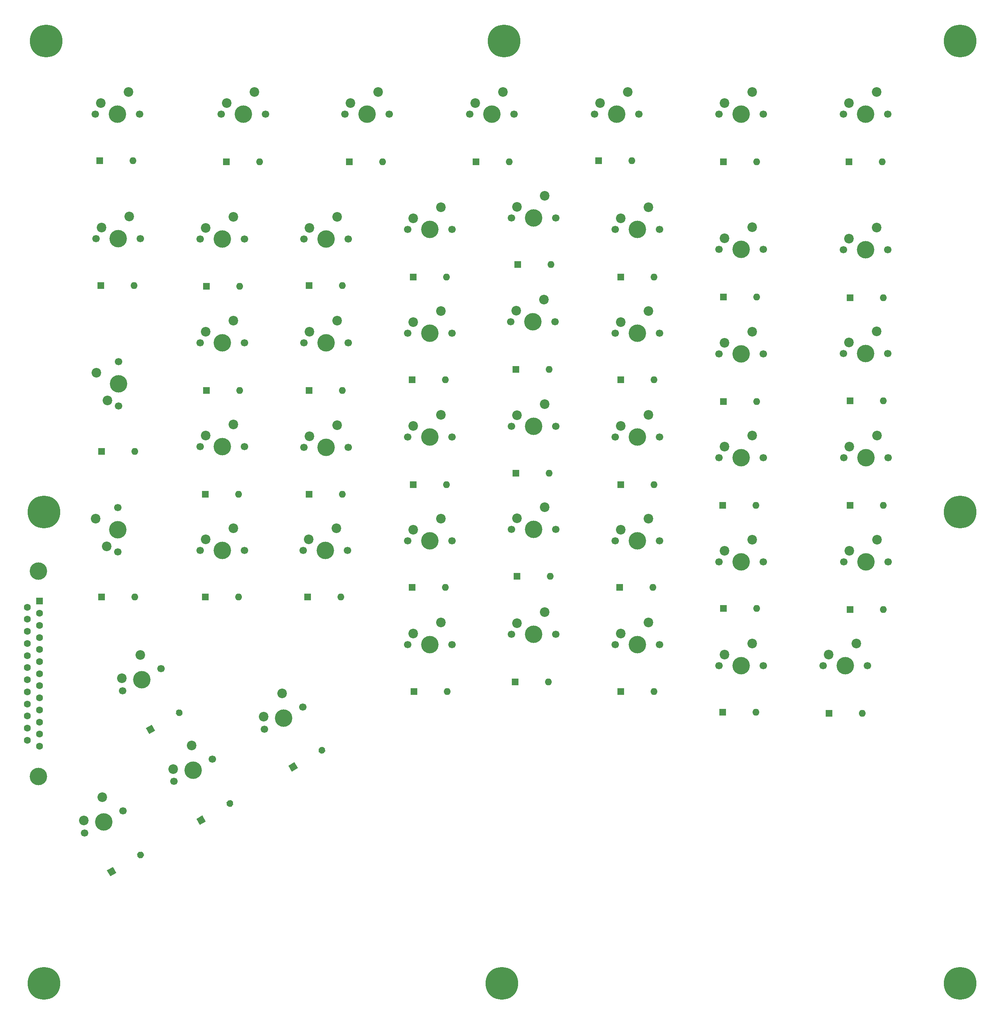
<source format=gbr>
%TF.GenerationSoftware,KiCad,Pcbnew,5.1.6-c6e7f7d~87~ubuntu20.04.1*%
%TF.CreationDate,2020-09-12T13:47:10+02:00*%
%TF.ProjectId,pcb-flat-right,7063622d-666c-4617-942d-72696768742e,rev?*%
%TF.SameCoordinates,Original*%
%TF.FileFunction,Soldermask,Bot*%
%TF.FilePolarity,Negative*%
%FSLAX46Y46*%
G04 Gerber Fmt 4.6, Leading zero omitted, Abs format (unit mm)*
G04 Created by KiCad (PCBNEW 5.1.6-c6e7f7d~87~ubuntu20.04.1) date 2020-09-12 13:47:10*
%MOMM*%
%LPD*%
G01*
G04 APERTURE LIST*
%ADD10R,1.600000X1.600000*%
%ADD11O,1.600000X1.600000*%
%ADD12C,0.100000*%
%ADD13C,2.200000*%
%ADD14C,4.000000*%
%ADD15C,1.700000*%
%ADD16C,7.500000*%
%ADD17C,1.600000*%
G04 APERTURE END LIST*
D10*
%TO.C,D1*%
X217580000Y-59200000D03*
D11*
X225200000Y-59200000D03*
%TD*%
D10*
%TO.C,D2*%
X217800000Y-90400000D03*
D11*
X225420000Y-90400000D03*
%TD*%
%TO.C,D3*%
X225420000Y-114000000D03*
D10*
X217800000Y-114000000D03*
%TD*%
D11*
%TO.C,D4*%
X225420000Y-138000000D03*
D10*
X217800000Y-138000000D03*
%TD*%
D11*
%TO.C,D5*%
X225420000Y-161800000D03*
D10*
X217800000Y-161800000D03*
%TD*%
D11*
%TO.C,D6*%
X220620000Y-185600000D03*
D10*
X213000000Y-185600000D03*
%TD*%
D11*
%TO.C,D7*%
X196400000Y-59200000D03*
D10*
X188780000Y-59200000D03*
%TD*%
%TO.C,D8*%
X188800000Y-90200000D03*
D11*
X196420000Y-90200000D03*
%TD*%
D10*
%TO.C,D9*%
X188800000Y-114200000D03*
D11*
X196420000Y-114200000D03*
%TD*%
D10*
%TO.C,D10*%
X188600000Y-138000000D03*
D11*
X196220000Y-138000000D03*
%TD*%
D10*
%TO.C,D11*%
X188800000Y-161600000D03*
D11*
X196420000Y-161600000D03*
%TD*%
D10*
%TO.C,D12*%
X188580000Y-185400000D03*
D11*
X196200000Y-185400000D03*
%TD*%
%TO.C,D14*%
X167800000Y-59000000D03*
D10*
X160180000Y-59000000D03*
%TD*%
%TO.C,D15*%
X165200000Y-85600000D03*
D11*
X172820000Y-85600000D03*
%TD*%
%TO.C,D16*%
X172820000Y-109200000D03*
D10*
X165200000Y-109200000D03*
%TD*%
%TO.C,D17*%
X164980000Y-156800000D03*
D11*
X172600000Y-156800000D03*
%TD*%
D10*
%TO.C,D18*%
X165200000Y-133200000D03*
D11*
X172820000Y-133200000D03*
%TD*%
D10*
%TO.C,D19*%
X165200000Y-180600000D03*
D11*
X172820000Y-180600000D03*
%TD*%
D10*
%TO.C,D20*%
X132000000Y-59200000D03*
D11*
X139620000Y-59200000D03*
%TD*%
%TO.C,D21*%
X149220000Y-82800000D03*
D10*
X141600000Y-82800000D03*
%TD*%
D11*
%TO.C,D22*%
X148820000Y-106800000D03*
D10*
X141200000Y-106800000D03*
%TD*%
%TO.C,D23*%
X141200000Y-130600000D03*
D11*
X148820000Y-130600000D03*
%TD*%
%TO.C,D24*%
X149020000Y-154200000D03*
D10*
X141400000Y-154200000D03*
%TD*%
%TO.C,D25*%
X141000000Y-178400000D03*
D11*
X148620000Y-178400000D03*
%TD*%
%TO.C,D26*%
X110620000Y-59200000D03*
D10*
X103000000Y-59200000D03*
%TD*%
D11*
%TO.C,D27*%
X125020000Y-109200000D03*
D10*
X117400000Y-109200000D03*
%TD*%
%TO.C,D28*%
X117600000Y-85600000D03*
D11*
X125220000Y-85600000D03*
%TD*%
%TO.C,D29*%
X125220000Y-133200000D03*
D10*
X117600000Y-133200000D03*
%TD*%
D11*
%TO.C,D30*%
X125020000Y-156800000D03*
D10*
X117400000Y-156800000D03*
%TD*%
%TO.C,D31*%
X117800000Y-180600000D03*
D11*
X125420000Y-180600000D03*
%TD*%
D10*
%TO.C,D32*%
X74800000Y-59200000D03*
D11*
X82420000Y-59200000D03*
%TD*%
%TO.C,D33*%
X101420000Y-87600000D03*
D10*
X93800000Y-87600000D03*
%TD*%
%TO.C,D34*%
X93800000Y-111600000D03*
D11*
X101420000Y-111600000D03*
%TD*%
%TO.C,D35*%
X101420000Y-135400000D03*
D10*
X93800000Y-135400000D03*
%TD*%
%TO.C,D36*%
X93400000Y-159000000D03*
D11*
X101020000Y-159000000D03*
%TD*%
D10*
%TO.C,D37*%
X45800000Y-59000000D03*
D11*
X53420000Y-59000000D03*
%TD*%
%TO.C,D38*%
X77820000Y-87800000D03*
D10*
X70200000Y-87800000D03*
%TD*%
D11*
%TO.C,D39*%
X77620000Y-159000000D03*
D10*
X70000000Y-159000000D03*
%TD*%
D11*
%TO.C,D40*%
X77820000Y-111600000D03*
D10*
X70200000Y-111600000D03*
%TD*%
%TO.C,D41*%
X70000000Y-135400000D03*
D11*
X77620000Y-135400000D03*
%TD*%
%TO.C,D42*%
X53620000Y-87600000D03*
D10*
X46000000Y-87600000D03*
%TD*%
%TO.C,D43*%
X46200000Y-125600000D03*
D11*
X53820000Y-125600000D03*
%TD*%
%TO.C,D44*%
X53820000Y-159000000D03*
D10*
X46200000Y-159000000D03*
%TD*%
D12*
%TO.C,D45*%
G36*
X48208080Y-223002820D02*
G01*
X47408080Y-221617180D01*
X48793720Y-220817180D01*
X49593720Y-222202820D01*
X48208080Y-223002820D01*
G37*
G36*
G01*
X54407194Y-218500000D02*
X54407194Y-218500000D01*
G75*
G02*
X54700014Y-217407180I692820J400000D01*
G01*
X54700014Y-217407180D01*
G75*
G02*
X55792834Y-217700000I400000J-692820D01*
G01*
X55792834Y-217700000D01*
G75*
G02*
X55500014Y-218792820I-692820J-400000D01*
G01*
X55500014Y-218792820D01*
G75*
G02*
X54407194Y-218500000I-400000J692820D01*
G01*
G37*
%TD*%
%TO.C,D46*%
G36*
G01*
X63600014Y-186192820D02*
X63600014Y-186192820D01*
G75*
G02*
X63307194Y-185100000I400000J692820D01*
G01*
X63307194Y-185100000D01*
G75*
G02*
X64400014Y-184807180I692820J-400000D01*
G01*
X64400014Y-184807180D01*
G75*
G02*
X64692834Y-185900000I-400000J-692820D01*
G01*
X64692834Y-185900000D01*
G75*
G02*
X63600014Y-186192820I-692820J400000D01*
G01*
G37*
G36*
X57108080Y-190402820D02*
G01*
X56308080Y-189017180D01*
X57693720Y-188217180D01*
X58493720Y-189602820D01*
X57108080Y-190402820D01*
G37*
%TD*%
%TO.C,D47*%
G36*
G01*
X74907194Y-206700000D02*
X74907194Y-206700000D01*
G75*
G02*
X75200014Y-205607180I692820J400000D01*
G01*
X75200014Y-205607180D01*
G75*
G02*
X76292834Y-205900000I400000J-692820D01*
G01*
X76292834Y-205900000D01*
G75*
G02*
X76000014Y-206992820I-692820J-400000D01*
G01*
X76000014Y-206992820D01*
G75*
G02*
X74907194Y-206700000I-400000J692820D01*
G01*
G37*
G36*
X68708080Y-211202820D02*
G01*
X67908080Y-209817180D01*
X69293720Y-209017180D01*
X70093720Y-210402820D01*
X68708080Y-211202820D01*
G37*
%TD*%
%TO.C,D48*%
G36*
X89808080Y-199002820D02*
G01*
X89008080Y-197617180D01*
X90393720Y-196817180D01*
X91193720Y-198202820D01*
X89808080Y-199002820D01*
G37*
G36*
G01*
X96007194Y-194500000D02*
X96007194Y-194500000D01*
G75*
G02*
X96300014Y-193407180I692820J400000D01*
G01*
X96300014Y-193407180D01*
G75*
G02*
X97392834Y-193700000I400000J-692820D01*
G01*
X97392834Y-193700000D01*
G75*
G02*
X97100014Y-194792820I-692820J-400000D01*
G01*
X97100014Y-194792820D01*
G75*
G02*
X96007194Y-194500000I-400000J692820D01*
G01*
G37*
%TD*%
D13*
%TO.C,SW1*%
X223940000Y-43200000D03*
X217590000Y-45740000D03*
D14*
X221400000Y-48280000D03*
D15*
X216320000Y-48280000D03*
X226480000Y-48280000D03*
%TD*%
D13*
%TO.C,SW2*%
X223940000Y-74320000D03*
X217590000Y-76860000D03*
D14*
X221400000Y-79400000D03*
D15*
X216320000Y-79400000D03*
X226480000Y-79400000D03*
%TD*%
D13*
%TO.C,SW3*%
X223940000Y-98120000D03*
X217590000Y-100660000D03*
D14*
X221400000Y-103200000D03*
D15*
X216320000Y-103200000D03*
X226480000Y-103200000D03*
%TD*%
%TO.C,SW4*%
X226540000Y-150880000D03*
X216380000Y-150880000D03*
D14*
X221460000Y-150880000D03*
D13*
X217650000Y-148340000D03*
X224000000Y-145800000D03*
%TD*%
D15*
%TO.C,SW5*%
X226540000Y-127080000D03*
X216380000Y-127080000D03*
D14*
X221460000Y-127080000D03*
D13*
X217650000Y-124540000D03*
X224000000Y-122000000D03*
%TD*%
D15*
%TO.C,SW6*%
X221740000Y-174680000D03*
X211580000Y-174680000D03*
D14*
X216660000Y-174680000D03*
D13*
X212850000Y-172140000D03*
X219200000Y-169600000D03*
%TD*%
D15*
%TO.C,SW7*%
X197940000Y-48280000D03*
X187780000Y-48280000D03*
D14*
X192860000Y-48280000D03*
D13*
X189050000Y-45740000D03*
X195400000Y-43200000D03*
%TD*%
D15*
%TO.C,SW8*%
X197940000Y-79280000D03*
X187780000Y-79280000D03*
D14*
X192860000Y-79280000D03*
D13*
X189050000Y-76740000D03*
X195400000Y-74200000D03*
%TD*%
%TO.C,SW9*%
X195400000Y-98200000D03*
X189050000Y-100740000D03*
D14*
X192860000Y-103280000D03*
D15*
X187780000Y-103280000D03*
X197940000Y-103280000D03*
%TD*%
%TO.C,SW10*%
X197940000Y-150880000D03*
X187780000Y-150880000D03*
D14*
X192860000Y-150880000D03*
D13*
X189050000Y-148340000D03*
X195400000Y-145800000D03*
%TD*%
D15*
%TO.C,SW11*%
X197940000Y-127080000D03*
X187780000Y-127080000D03*
D14*
X192860000Y-127080000D03*
D13*
X189050000Y-124540000D03*
X195400000Y-122000000D03*
%TD*%
%TO.C,SW12*%
X195400000Y-169600000D03*
X189050000Y-172140000D03*
D14*
X192860000Y-174680000D03*
D15*
X187780000Y-174680000D03*
X197940000Y-174680000D03*
%TD*%
D13*
%TO.C,SW13*%
X166800000Y-43200000D03*
X160450000Y-45740000D03*
D14*
X164260000Y-48280000D03*
D15*
X159180000Y-48280000D03*
X169340000Y-48280000D03*
%TD*%
D13*
%TO.C,SW14*%
X171600000Y-69600000D03*
X165250000Y-72140000D03*
D14*
X169060000Y-74680000D03*
D15*
X163980000Y-74680000D03*
X174140000Y-74680000D03*
%TD*%
%TO.C,SW15*%
X174140000Y-98480000D03*
X163980000Y-98480000D03*
D14*
X169060000Y-98480000D03*
D13*
X165250000Y-95940000D03*
X171600000Y-93400000D03*
%TD*%
%TO.C,SW16*%
X171600000Y-141000000D03*
X165250000Y-143540000D03*
D14*
X169060000Y-146080000D03*
D15*
X163980000Y-146080000D03*
X174140000Y-146080000D03*
%TD*%
D13*
%TO.C,SW17*%
X171600000Y-117200000D03*
X165250000Y-119740000D03*
D14*
X169060000Y-122280000D03*
D15*
X163980000Y-122280000D03*
X174140000Y-122280000D03*
%TD*%
%TO.C,SW18*%
X174140000Y-169880000D03*
X163980000Y-169880000D03*
D14*
X169060000Y-169880000D03*
D13*
X165250000Y-167340000D03*
X171600000Y-164800000D03*
%TD*%
D15*
%TO.C,SW19*%
X140740000Y-48280000D03*
X130580000Y-48280000D03*
D14*
X135660000Y-48280000D03*
D13*
X131850000Y-45740000D03*
X138200000Y-43200000D03*
%TD*%
%TO.C,SW20*%
X147800000Y-67000000D03*
X141450000Y-69540000D03*
D14*
X145260000Y-72080000D03*
D15*
X140180000Y-72080000D03*
X150340000Y-72080000D03*
%TD*%
D13*
%TO.C,SW21*%
X147600000Y-90800000D03*
X141250000Y-93340000D03*
D14*
X145060000Y-95880000D03*
D15*
X139980000Y-95880000D03*
X150140000Y-95880000D03*
%TD*%
D13*
%TO.C,SW22*%
X147800000Y-138400000D03*
X141450000Y-140940000D03*
D14*
X145260000Y-143480000D03*
D15*
X140180000Y-143480000D03*
X150340000Y-143480000D03*
%TD*%
%TO.C,SW23*%
X150340000Y-119880000D03*
X140180000Y-119880000D03*
D14*
X145260000Y-119880000D03*
D13*
X141450000Y-117340000D03*
X147800000Y-114800000D03*
%TD*%
%TO.C,SW24*%
X147800000Y-162400000D03*
X141450000Y-164940000D03*
D14*
X145260000Y-167480000D03*
D15*
X140180000Y-167480000D03*
X150340000Y-167480000D03*
%TD*%
D13*
%TO.C,SW25*%
X109600000Y-43200000D03*
X103250000Y-45740000D03*
D14*
X107060000Y-48280000D03*
D15*
X101980000Y-48280000D03*
X112140000Y-48280000D03*
%TD*%
D13*
%TO.C,SW26*%
X124000000Y-69600000D03*
X117650000Y-72140000D03*
D14*
X121460000Y-74680000D03*
D15*
X116380000Y-74680000D03*
X126540000Y-74680000D03*
%TD*%
%TO.C,SW27*%
X126540000Y-98480000D03*
X116380000Y-98480000D03*
D14*
X121460000Y-98480000D03*
D13*
X117650000Y-95940000D03*
X124000000Y-93400000D03*
%TD*%
%TO.C,SW28*%
X124000000Y-141000000D03*
X117650000Y-143540000D03*
D14*
X121460000Y-146080000D03*
D15*
X116380000Y-146080000D03*
X126540000Y-146080000D03*
%TD*%
D13*
%TO.C,SW29*%
X124000000Y-117200000D03*
X117650000Y-119740000D03*
D14*
X121460000Y-122280000D03*
D15*
X116380000Y-122280000D03*
X126540000Y-122280000D03*
%TD*%
%TO.C,SW30*%
X126540000Y-169880000D03*
X116380000Y-169880000D03*
D14*
X121460000Y-169880000D03*
D13*
X117650000Y-167340000D03*
X124000000Y-164800000D03*
%TD*%
D15*
%TO.C,SW31*%
X83740000Y-48280000D03*
X73580000Y-48280000D03*
D14*
X78660000Y-48280000D03*
D13*
X74850000Y-45740000D03*
X81200000Y-43200000D03*
%TD*%
D15*
%TO.C,SW32*%
X102740000Y-76880000D03*
X92580000Y-76880000D03*
D14*
X97660000Y-76880000D03*
D13*
X93850000Y-74340000D03*
X100200000Y-71800000D03*
%TD*%
D15*
%TO.C,SW33*%
X102740000Y-100680000D03*
X92580000Y-100680000D03*
D14*
X97660000Y-100680000D03*
D13*
X93850000Y-98140000D03*
X100200000Y-95600000D03*
%TD*%
D15*
%TO.C,SW34*%
X102540000Y-148280000D03*
X92380000Y-148280000D03*
D14*
X97460000Y-148280000D03*
D13*
X93650000Y-145740000D03*
X100000000Y-143200000D03*
%TD*%
D15*
%TO.C,SW35*%
X102740000Y-124680000D03*
X92580000Y-124680000D03*
D14*
X97660000Y-124680000D03*
D13*
X93850000Y-122140000D03*
X100200000Y-119600000D03*
%TD*%
%TO.C,SW36*%
X52400000Y-43200000D03*
X46050000Y-45740000D03*
D14*
X49860000Y-48280000D03*
D15*
X44780000Y-48280000D03*
X54940000Y-48280000D03*
%TD*%
D13*
%TO.C,SW37*%
X76400000Y-71800000D03*
X70050000Y-74340000D03*
D14*
X73860000Y-76880000D03*
D15*
X68780000Y-76880000D03*
X78940000Y-76880000D03*
%TD*%
D13*
%TO.C,SW38*%
X76400000Y-95600000D03*
X70050000Y-98140000D03*
D14*
X73860000Y-100680000D03*
D15*
X68780000Y-100680000D03*
X78940000Y-100680000D03*
%TD*%
D13*
%TO.C,SW39*%
X76400000Y-143200000D03*
X70050000Y-145740000D03*
D14*
X73860000Y-148280000D03*
D15*
X68780000Y-148280000D03*
X78940000Y-148280000D03*
%TD*%
D13*
%TO.C,SW40*%
X76400000Y-119400000D03*
X70050000Y-121940000D03*
D14*
X73860000Y-124480000D03*
D15*
X68780000Y-124480000D03*
X78940000Y-124480000D03*
%TD*%
%TO.C,SW41*%
X55080000Y-76800000D03*
X44920000Y-76800000D03*
D14*
X50000000Y-76800000D03*
D13*
X46190000Y-74260000D03*
X52540000Y-71720000D03*
%TD*%
%TO.C,SW42*%
X45000000Y-107600000D03*
X47540000Y-113950000D03*
D14*
X50080000Y-110140000D03*
D15*
X50080000Y-115220000D03*
X50080000Y-105060000D03*
%TD*%
%TO.C,SW43*%
X49880000Y-138460000D03*
X49880000Y-148620000D03*
D14*
X49880000Y-143540000D03*
D13*
X47340000Y-147350000D03*
X44800000Y-141000000D03*
%TD*%
D15*
%TO.C,SW44*%
X51099405Y-207960409D03*
X42300586Y-213040409D03*
D14*
X46699995Y-210500409D03*
D13*
X42130439Y-210205705D03*
X46359700Y-204831000D03*
%TD*%
D15*
%TO.C,SW45*%
X59799405Y-175360409D03*
X51000586Y-180440409D03*
D14*
X55399995Y-177900409D03*
D13*
X50830439Y-177605705D03*
X55059700Y-172231000D03*
%TD*%
%TO.C,SW46*%
X66859700Y-193031000D03*
X62630439Y-198405705D03*
D14*
X67199995Y-198700409D03*
D15*
X62800586Y-201240409D03*
X71599405Y-196160409D03*
%TD*%
%TO.C,SW47*%
X92299405Y-184160409D03*
X83500586Y-189240409D03*
D14*
X87899995Y-186700409D03*
D13*
X83330439Y-186405705D03*
X87559700Y-181031000D03*
%TD*%
D16*
%TO.C,H1*%
X33500000Y-31500000D03*
%TD*%
%TO.C,H2*%
X243000000Y-247500000D03*
%TD*%
%TO.C,H3*%
X138500000Y-31500000D03*
%TD*%
%TO.C,H4*%
X243000000Y-139500000D03*
%TD*%
%TO.C,H5*%
X243000000Y-31500000D03*
%TD*%
%TO.C,H6*%
X138000000Y-247500000D03*
%TD*%
%TO.C,H7*%
X33000000Y-139500000D03*
%TD*%
%TO.C,H8*%
X33000000Y-247500000D03*
%TD*%
D10*
%TO.C,J1*%
X32000000Y-159930000D03*
D17*
X32000000Y-162700000D03*
X32000000Y-165470000D03*
X32000000Y-168240000D03*
X32000000Y-171010000D03*
X32000000Y-173780000D03*
X32000000Y-176550000D03*
X32000000Y-179320000D03*
X32000000Y-182090000D03*
X32000000Y-184860000D03*
X32000000Y-187630000D03*
X32000000Y-190400000D03*
X32000000Y-193170000D03*
X29160000Y-161315000D03*
X29160000Y-164085000D03*
X29160000Y-166855000D03*
X29160000Y-169625000D03*
X29160000Y-172395000D03*
X29160000Y-175165000D03*
X29160000Y-177935000D03*
X29160000Y-180705000D03*
X29160000Y-183475000D03*
X29160000Y-186245000D03*
X29160000Y-189015000D03*
X29160000Y-191785000D03*
D14*
X31700000Y-200100000D03*
X31700000Y-153000000D03*
%TD*%
M02*

</source>
